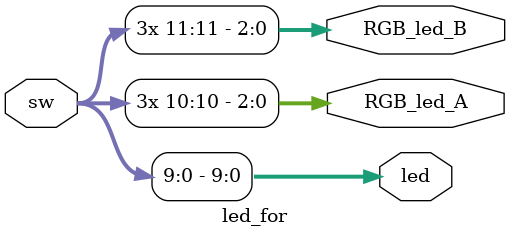
<source format=v>
`timescale 1ns / 1ps
module led_for(

    input [11:0] sw,
    output [9:0] led,
    output [2:0] RGB_led_A,
    output [2:0] RGB_led_B
    
    );
    
    genvar x,y;
    for(x=0;x<10;x=x+1)
    begin
    assign led[x] = sw[x]; 
    end
    
    for(y=0;y<3;y=y+1) 
    begin
    assign RGB_led_A[y] = sw[10];
    assign RGB_led_B[y] = sw[11];
    end
   
    
endmodule


</source>
